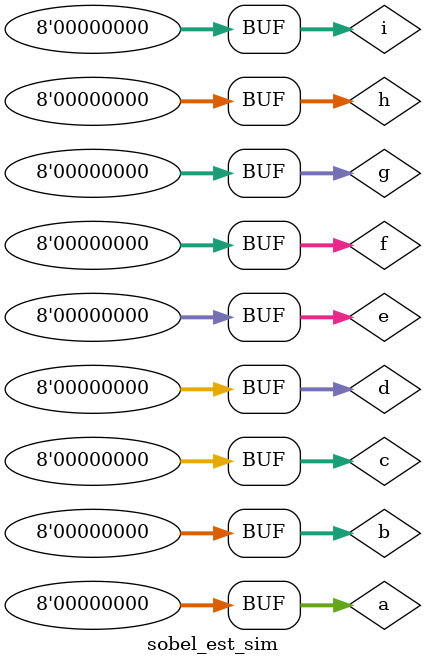
<source format=sv>
`timescale 1ns / 1ps

module sobel_est_sim( );
    
    logic [7:0] a;
    logic [7:0] b;
    logic [7:0] c;
    logic [7:0] d;
    logic [7:0] e;
    logic [7:0] f;
    logic [7:0] g;
    logic [7:0] h;
    logic [7:0] i;
    
    logic [7:0] sobel_pixel;
      
    sobel_est sobel_op(
        .mat({a, b, c, d, e, f, g, h, i}),
        .sobel_pixel(sobel_pixel)
     );
     
    initial begin
        
        a = 0;
        b = 0;
        c = 0;
        d = 0;
        e = 0;
        f = 0;
        g = 0;
        h = 0;
        i = 0;
        
        #10
        
        a = 1;
        
        #10
        
        a = 0;
        
     end
endmodule

</source>
